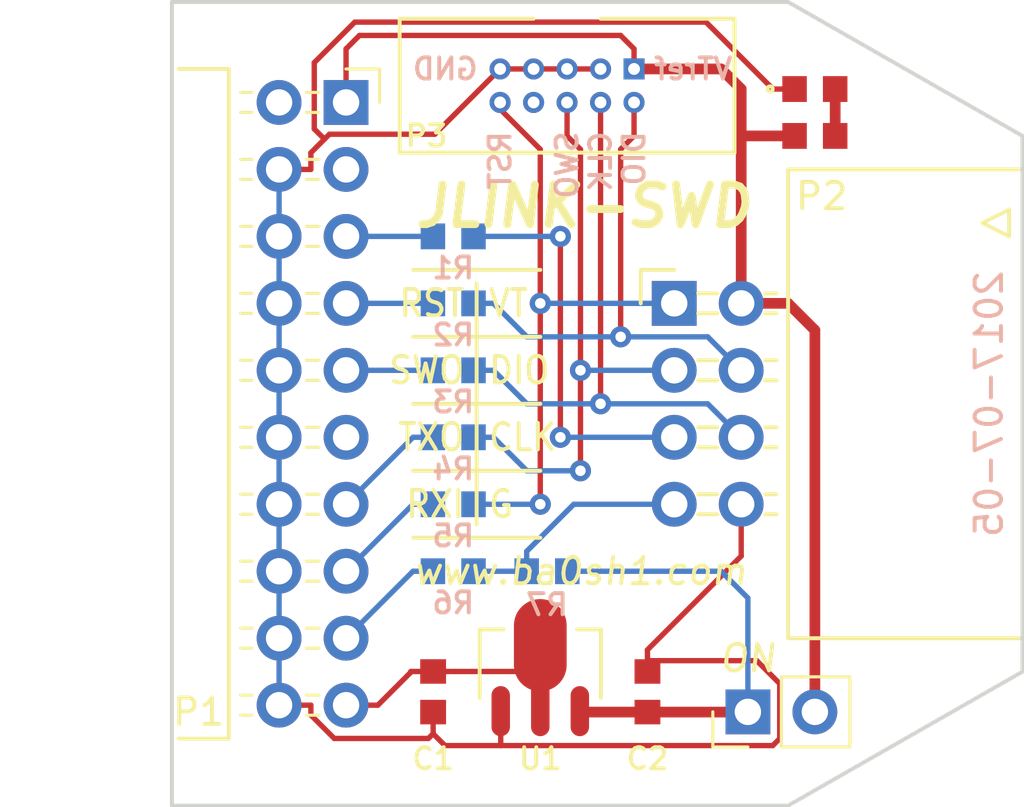
<source format=kicad_pcb>
(kicad_pcb (version 20171130) (host pcbnew "(5.1.12)-1")

  (general
    (thickness 1.6)
    (drawings 30)
    (tracks 130)
    (zones 0)
    (modules 16)
    (nets 18)
  )

  (page A4)
  (layers
    (0 F.Cu signal)
    (31 B.Cu signal)
    (32 B.Adhes user)
    (33 F.Adhes user hide)
    (34 B.Paste user)
    (35 F.Paste user)
    (36 B.SilkS user)
    (37 F.SilkS user)
    (38 B.Mask user)
    (39 F.Mask user hide)
    (40 Dwgs.User user)
    (41 Cmts.User user)
    (42 Eco1.User user)
    (43 Eco2.User user)
    (44 Edge.Cuts user)
    (45 Margin user)
    (46 B.CrtYd user hide)
    (47 F.CrtYd user)
    (48 B.Fab user hide)
    (49 F.Fab user hide)
  )

  (setup
    (last_trace_width 0.2032)
    (user_trace_width 0.2032)
    (user_trace_width 0.254)
    (user_trace_width 0.4064)
    (trace_clearance 0.254)
    (zone_clearance 0.254)
    (zone_45_only yes)
    (trace_min 0.2)
    (via_size 0.8)
    (via_drill 0.4)
    (via_min_size 0.4)
    (via_min_drill 0.3)
    (user_via 0.6 0.3)
    (user_via 0.8 0.4)
    (user_via 1 0.5)
    (uvia_size 0.3)
    (uvia_drill 0.1)
    (uvias_allowed no)
    (uvia_min_size 0.2)
    (uvia_min_drill 0.1)
    (edge_width 0.15)
    (segment_width 0.15)
    (pcb_text_width 0.3)
    (pcb_text_size 1.5 1.5)
    (mod_edge_width 0.15)
    (mod_text_size 1 1)
    (mod_text_width 0.15)
    (pad_size 1.524 1.524)
    (pad_drill 0.762)
    (pad_to_mask_clearance 0.2)
    (aux_axis_origin 120.396 102.87)
    (grid_origin 120.396 102.87)
    (visible_elements 7FFFFFFF)
    (pcbplotparams
      (layerselection 0x010f0_80000001)
      (usegerberextensions true)
      (usegerberattributes true)
      (usegerberadvancedattributes true)
      (creategerberjobfile true)
      (gerberprecision 5)
      (excludeedgelayer true)
      (linewidth 0.150000)
      (plotframeref false)
      (viasonmask false)
      (mode 1)
      (useauxorigin true)
      (hpglpennumber 1)
      (hpglpenspeed 20)
      (hpglpendiameter 15.000000)
      (psnegative false)
      (psa4output false)
      (plotreference true)
      (plotvalue true)
      (plotinvisibletext false)
      (padsonsilk false)
      (subtractmaskfromsilk false)
      (outputformat 1)
      (mirror false)
      (drillshape 0)
      (scaleselection 1)
      (outputdirectory "Gerber"))
  )

  (net 0 "")
  (net 1 GND)
  (net 2 /5VOUT)
  (net 3 "Net-(D1-Pad2)")
  (net 4 /VTref)
  (net 5 /TX)
  (net 6 /SWDIO)
  (net 7 /SWCLK)
  (net 8 /SWO)
  (net 9 /nSRST)
  (net 10 /RX)
  (net 11 "Net-(P2-Pad3)")
  (net 12 "Net-(P2-Pad5)")
  (net 13 "Net-(P2-Pad6)")
  (net 14 "Net-(P2-Pad7)")
  (net 15 "Net-(P2-Pad4)")
  (net 16 "Net-(P2-Pad1)")
  (net 17 /3V3)

  (net_class Default "This is the default net class."
    (clearance 0.254)
    (trace_width 0.2032)
    (via_dia 0.8)
    (via_drill 0.4)
    (uvia_dia 0.3)
    (uvia_drill 0.1)
    (add_net /3V3)
    (add_net /5VOUT)
    (add_net /RX)
    (add_net /SWCLK)
    (add_net /SWDIO)
    (add_net /SWO)
    (add_net /TX)
    (add_net /VTref)
    (add_net /nSRST)
    (add_net GND)
    (add_net "Net-(D1-Pad2)")
    (add_net "Net-(P2-Pad1)")
    (add_net "Net-(P2-Pad3)")
    (add_net "Net-(P2-Pad4)")
    (add_net "Net-(P2-Pad5)")
    (add_net "Net-(P2-Pad6)")
    (add_net "Net-(P2-Pad7)")
  )

  (module Socket_Strips:Socket_Strip_Angled_2x10_Pitch2.54mm locked (layer F.Cu) (tedit 595C42F1) (tstamp 595B1762)
    (at 127 76.2)
    (descr "Through hole angled socket strip, 2x10, 2.54mm pitch, 8.51mm socket length, double rows")
    (tags "Through hole angled socket strip THT 2x10 2.54mm double row")
    (path /595AE37F)
    (fp_text reference P1 (at -5.588 23.114) (layer F.SilkS)
      (effects (font (size 1 1) (thickness 0.15)))
    )
    (fp_text value CONN_02X10 (at -5.65 25.13) (layer F.Fab)
      (effects (font (size 1 1) (thickness 0.15)))
    )
    (fp_line (start -4.445 -1.27) (end -6.35 -1.27) (layer F.SilkS) (width 0.15))
    (fp_line (start -4.445 24.13) (end -6.35 24.13) (layer F.SilkS) (width 0.15))
    (fp_line (start -4.445 -1.27) (end -4.445 24.13) (layer F.SilkS) (width 0.15))
    (fp_line (start -13.1 -1.8) (end -13.1 24.65) (layer F.CrtYd) (width 0.05))
    (fp_line (start -4.06 -1.27) (end -4.06 1.27) (layer F.Fab) (width 0.1))
    (fp_line (start -4.06 1.27) (end -12.57 1.27) (layer F.Fab) (width 0.1))
    (fp_line (start -12.57 -1.27) (end -4.06 -1.27) (layer F.Fab) (width 0.1))
    (fp_line (start 0 -0.32) (end 0 0.32) (layer F.Fab) (width 0.1))
    (fp_line (start 0 0.32) (end -4.06 0.32) (layer F.Fab) (width 0.1))
    (fp_line (start -4.06 0.32) (end -4.06 -0.32) (layer F.Fab) (width 0.1))
    (fp_line (start -4.06 -0.32) (end 0 -0.32) (layer F.Fab) (width 0.1))
    (fp_line (start -4.06 1.27) (end -4.06 3.81) (layer F.Fab) (width 0.1))
    (fp_line (start -4.06 3.81) (end -12.57 3.81) (layer F.Fab) (width 0.1))
    (fp_line (start -12.57 1.27) (end -4.06 1.27) (layer F.Fab) (width 0.1))
    (fp_line (start 0 2.22) (end 0 2.86) (layer F.Fab) (width 0.1))
    (fp_line (start 0 2.86) (end -4.06 2.86) (layer F.Fab) (width 0.1))
    (fp_line (start -4.06 2.86) (end -4.06 2.22) (layer F.Fab) (width 0.1))
    (fp_line (start -4.06 2.22) (end 0 2.22) (layer F.Fab) (width 0.1))
    (fp_line (start -4.06 3.81) (end -4.06 6.35) (layer F.Fab) (width 0.1))
    (fp_line (start -4.06 6.35) (end -12.57 6.35) (layer F.Fab) (width 0.1))
    (fp_line (start -12.57 3.81) (end -4.06 3.81) (layer F.Fab) (width 0.1))
    (fp_line (start 0 4.76) (end 0 5.4) (layer F.Fab) (width 0.1))
    (fp_line (start 0 5.4) (end -4.06 5.4) (layer F.Fab) (width 0.1))
    (fp_line (start -4.06 5.4) (end -4.06 4.76) (layer F.Fab) (width 0.1))
    (fp_line (start -4.06 4.76) (end 0 4.76) (layer F.Fab) (width 0.1))
    (fp_line (start -4.06 6.35) (end -4.06 8.89) (layer F.Fab) (width 0.1))
    (fp_line (start -4.06 8.89) (end -12.57 8.89) (layer F.Fab) (width 0.1))
    (fp_line (start -12.57 6.35) (end -4.06 6.35) (layer F.Fab) (width 0.1))
    (fp_line (start 0 7.3) (end 0 7.94) (layer F.Fab) (width 0.1))
    (fp_line (start 0 7.94) (end -4.06 7.94) (layer F.Fab) (width 0.1))
    (fp_line (start -4.06 7.94) (end -4.06 7.3) (layer F.Fab) (width 0.1))
    (fp_line (start -4.06 7.3) (end 0 7.3) (layer F.Fab) (width 0.1))
    (fp_line (start -4.06 8.89) (end -4.06 11.43) (layer F.Fab) (width 0.1))
    (fp_line (start -4.06 11.43) (end -12.57 11.43) (layer F.Fab) (width 0.1))
    (fp_line (start -12.57 8.89) (end -4.06 8.89) (layer F.Fab) (width 0.1))
    (fp_line (start 0 9.84) (end 0 10.48) (layer F.Fab) (width 0.1))
    (fp_line (start 0 10.48) (end -4.06 10.48) (layer F.Fab) (width 0.1))
    (fp_line (start -4.06 10.48) (end -4.06 9.84) (layer F.Fab) (width 0.1))
    (fp_line (start -4.06 9.84) (end 0 9.84) (layer F.Fab) (width 0.1))
    (fp_line (start -4.06 11.43) (end -4.06 13.97) (layer F.Fab) (width 0.1))
    (fp_line (start -4.06 13.97) (end -12.57 13.97) (layer F.Fab) (width 0.1))
    (fp_line (start -12.57 11.43) (end -4.06 11.43) (layer F.Fab) (width 0.1))
    (fp_line (start 0 12.38) (end 0 13.02) (layer F.Fab) (width 0.1))
    (fp_line (start 0 13.02) (end -4.06 13.02) (layer F.Fab) (width 0.1))
    (fp_line (start -4.06 13.02) (end -4.06 12.38) (layer F.Fab) (width 0.1))
    (fp_line (start -4.06 12.38) (end 0 12.38) (layer F.Fab) (width 0.1))
    (fp_line (start -4.06 13.97) (end -4.06 16.51) (layer F.Fab) (width 0.1))
    (fp_line (start -4.06 16.51) (end -12.57 16.51) (layer F.Fab) (width 0.1))
    (fp_line (start -12.57 13.97) (end -4.06 13.97) (layer F.Fab) (width 0.1))
    (fp_line (start 0 14.92) (end 0 15.56) (layer F.Fab) (width 0.1))
    (fp_line (start 0 15.56) (end -4.06 15.56) (layer F.Fab) (width 0.1))
    (fp_line (start -4.06 15.56) (end -4.06 14.92) (layer F.Fab) (width 0.1))
    (fp_line (start -4.06 14.92) (end 0 14.92) (layer F.Fab) (width 0.1))
    (fp_line (start -4.06 16.51) (end -4.06 19.05) (layer F.Fab) (width 0.1))
    (fp_line (start -4.06 19.05) (end -12.57 19.05) (layer F.Fab) (width 0.1))
    (fp_line (start -12.57 16.51) (end -4.06 16.51) (layer F.Fab) (width 0.1))
    (fp_line (start 0 17.46) (end 0 18.1) (layer F.Fab) (width 0.1))
    (fp_line (start 0 18.1) (end -4.06 18.1) (layer F.Fab) (width 0.1))
    (fp_line (start -4.06 18.1) (end -4.06 17.46) (layer F.Fab) (width 0.1))
    (fp_line (start -4.06 17.46) (end 0 17.46) (layer F.Fab) (width 0.1))
    (fp_line (start -4.06 19.05) (end -4.06 21.59) (layer F.Fab) (width 0.1))
    (fp_line (start -4.06 21.59) (end -12.57 21.59) (layer F.Fab) (width 0.1))
    (fp_line (start -12.57 19.05) (end -4.06 19.05) (layer F.Fab) (width 0.1))
    (fp_line (start 0 20) (end 0 20.64) (layer F.Fab) (width 0.1))
    (fp_line (start 0 20.64) (end -4.06 20.64) (layer F.Fab) (width 0.1))
    (fp_line (start -4.06 20.64) (end -4.06 20) (layer F.Fab) (width 0.1))
    (fp_line (start -4.06 20) (end 0 20) (layer F.Fab) (width 0.1))
    (fp_line (start -4.06 21.59) (end -4.06 24.13) (layer F.Fab) (width 0.1))
    (fp_line (start -4.06 24.13) (end -12.57 24.13) (layer F.Fab) (width 0.1))
    (fp_line (start -12.57 21.59) (end -4.06 21.59) (layer F.Fab) (width 0.1))
    (fp_line (start 0 22.54) (end 0 23.18) (layer F.Fab) (width 0.1))
    (fp_line (start 0 23.18) (end -4.06 23.18) (layer F.Fab) (width 0.1))
    (fp_line (start -4.06 23.18) (end -4.06 22.54) (layer F.Fab) (width 0.1))
    (fp_line (start -4.06 22.54) (end 0 22.54) (layer F.Fab) (width 0.1))
    (fp_line (start -3.57 -0.38) (end -4 -0.38) (layer F.SilkS) (width 0.12))
    (fp_line (start -3.57 0.38) (end -4 0.38) (layer F.SilkS) (width 0.12))
    (fp_line (start -1.03 -0.38) (end -1.51 -0.38) (layer F.SilkS) (width 0.12))
    (fp_line (start -1.03 0.38) (end -1.51 0.38) (layer F.SilkS) (width 0.12))
    (fp_line (start -3.57 2.16) (end -4 2.16) (layer F.SilkS) (width 0.12))
    (fp_line (start -3.57 2.92) (end -4 2.92) (layer F.SilkS) (width 0.12))
    (fp_line (start -1.03 2.16) (end -1.51 2.16) (layer F.SilkS) (width 0.12))
    (fp_line (start -1.03 2.92) (end -1.51 2.92) (layer F.SilkS) (width 0.12))
    (fp_line (start -3.57 4.7) (end -4 4.7) (layer F.SilkS) (width 0.12))
    (fp_line (start -3.57 5.46) (end -4 5.46) (layer F.SilkS) (width 0.12))
    (fp_line (start -1.03 4.7) (end -1.51 4.7) (layer F.SilkS) (width 0.12))
    (fp_line (start -1.03 5.46) (end -1.51 5.46) (layer F.SilkS) (width 0.12))
    (fp_line (start -3.57 7.24) (end -4 7.24) (layer F.SilkS) (width 0.12))
    (fp_line (start -3.57 8) (end -4 8) (layer F.SilkS) (width 0.12))
    (fp_line (start -1.03 7.24) (end -1.51 7.24) (layer F.SilkS) (width 0.12))
    (fp_line (start -1.03 8) (end -1.51 8) (layer F.SilkS) (width 0.12))
    (fp_line (start -3.57 9.78) (end -4 9.78) (layer F.SilkS) (width 0.12))
    (fp_line (start -3.57 10.54) (end -4 10.54) (layer F.SilkS) (width 0.12))
    (fp_line (start -1.03 9.78) (end -1.51 9.78) (layer F.SilkS) (width 0.12))
    (fp_line (start -1.03 10.54) (end -1.51 10.54) (layer F.SilkS) (width 0.12))
    (fp_line (start -3.57 12.32) (end -4 12.32) (layer F.SilkS) (width 0.12))
    (fp_line (start -3.57 13.08) (end -4 13.08) (layer F.SilkS) (width 0.12))
    (fp_line (start -1.03 12.32) (end -1.51 12.32) (layer F.SilkS) (width 0.12))
    (fp_line (start -1.03 13.08) (end -1.51 13.08) (layer F.SilkS) (width 0.12))
    (fp_line (start -3.57 14.86) (end -4 14.86) (layer F.SilkS) (width 0.12))
    (fp_line (start -3.57 15.62) (end -4 15.62) (layer F.SilkS) (width 0.12))
    (fp_line (start -1.03 14.86) (end -1.51 14.86) (layer F.SilkS) (width 0.12))
    (fp_line (start -1.03 15.62) (end -1.51 15.62) (layer F.SilkS) (width 0.12))
    (fp_line (start -3.57 17.4) (end -4 17.4) (layer F.SilkS) (width 0.12))
    (fp_line (start -3.57 18.16) (end -4 18.16) (layer F.SilkS) (width 0.12))
    (fp_line (start -1.03 17.4) (end -1.51 17.4) (layer F.SilkS) (width 0.12))
    (fp_line (start -1.03 18.16) (end -1.51 18.16) (layer F.SilkS) (width 0.12))
    (fp_line (start -3.57 19.94) (end -4 19.94) (layer F.SilkS) (width 0.12))
    (fp_line (start -3.57 20.7) (end -4 20.7) (layer F.SilkS) (width 0.12))
    (fp_line (start -1.03 19.94) (end -1.51 19.94) (layer F.SilkS) (width 0.12))
    (fp_line (start -1.03 20.7) (end -1.51 20.7) (layer F.SilkS) (width 0.12))
    (fp_line (start -3.57 22.48) (end -4 22.48) (layer F.SilkS) (width 0.12))
    (fp_line (start -3.57 23.24) (end -4 23.24) (layer F.SilkS) (width 0.12))
    (fp_line (start -1.03 22.48) (end -1.51 22.48) (layer F.SilkS) (width 0.12))
    (fp_line (start -1.03 23.24) (end -1.51 23.24) (layer F.SilkS) (width 0.12))
    (fp_line (start 0 -1.27) (end 1.27 -1.27) (layer F.SilkS) (width 0.12))
    (fp_line (start 1.27 -1.27) (end 1.27 0) (layer F.SilkS) (width 0.12))
    (fp_line (start 1.8 -1.8) (end 1.8 24.65) (layer F.CrtYd) (width 0.05))
    (fp_line (start 1.8 24.65) (end -13.1 24.65) (layer F.CrtYd) (width 0.05))
    (fp_line (start -13.1 -1.8) (end 1.8 -1.8) (layer F.CrtYd) (width 0.05))
    (fp_text user %R (at -5.65 -2.27) (layer F.Fab)
      (effects (font (size 1 1) (thickness 0.15)))
    )
    (pad 1 thru_hole rect (at 0 0) (size 1.7 1.7) (drill 1) (layers *.Cu *.Mask)
      (net 4 /VTref))
    (pad 2 thru_hole oval (at -2.54 0) (size 1.7 1.7) (drill 1) (layers *.Cu *.Mask))
    (pad 3 thru_hole oval (at 0 2.54) (size 1.7 1.7) (drill 1) (layers *.Cu *.Mask))
    (pad 4 thru_hole oval (at -2.54 2.54) (size 1.7 1.7) (drill 1) (layers *.Cu *.Mask)
      (net 1 GND))
    (pad 5 thru_hole oval (at 0 5.08) (size 1.7 1.7) (drill 1) (layers *.Cu *.Mask)
      (net 5 /TX))
    (pad 6 thru_hole oval (at -2.54 5.08) (size 1.7 1.7) (drill 1) (layers *.Cu *.Mask)
      (net 1 GND))
    (pad 7 thru_hole oval (at 0 7.62) (size 1.7 1.7) (drill 1) (layers *.Cu *.Mask)
      (net 6 /SWDIO))
    (pad 8 thru_hole oval (at -2.54 7.62) (size 1.7 1.7) (drill 1) (layers *.Cu *.Mask)
      (net 1 GND))
    (pad 9 thru_hole oval (at 0 10.16) (size 1.7 1.7) (drill 1) (layers *.Cu *.Mask)
      (net 7 /SWCLK))
    (pad 10 thru_hole oval (at -2.54 10.16) (size 1.7 1.7) (drill 1) (layers *.Cu *.Mask)
      (net 1 GND))
    (pad 11 thru_hole oval (at 0 12.7) (size 1.7 1.7) (drill 1) (layers *.Cu *.Mask))
    (pad 12 thru_hole oval (at -2.54 12.7) (size 1.7 1.7) (drill 1) (layers *.Cu *.Mask)
      (net 1 GND))
    (pad 13 thru_hole oval (at 0 15.24) (size 1.7 1.7) (drill 1) (layers *.Cu *.Mask)
      (net 8 /SWO))
    (pad 14 thru_hole oval (at -2.54 15.24) (size 1.7 1.7) (drill 1) (layers *.Cu *.Mask)
      (net 1 GND))
    (pad 15 thru_hole oval (at 0 17.78) (size 1.7 1.7) (drill 1) (layers *.Cu *.Mask)
      (net 9 /nSRST))
    (pad 16 thru_hole oval (at -2.54 17.78) (size 1.7 1.7) (drill 1) (layers *.Cu *.Mask)
      (net 1 GND))
    (pad 17 thru_hole oval (at 0 20.32) (size 1.7 1.7) (drill 1) (layers *.Cu *.Mask)
      (net 10 /RX))
    (pad 18 thru_hole oval (at -2.54 20.32) (size 1.7 1.7) (drill 1) (layers *.Cu *.Mask)
      (net 1 GND))
    (pad 19 thru_hole oval (at 0 22.86) (size 1.7 1.7) (drill 1) (layers *.Cu *.Mask)
      (net 2 /5VOUT))
    (pad 20 thru_hole oval (at -2.54 22.86) (size 1.7 1.7) (drill 1) (layers *.Cu *.Mask)
      (net 1 GND))
    (model ${KISYS3DMOD}/Socket_Strips.3dshapes/Socket_Strip_Angled_2x10_Pitch2.54mm.wrl
      (offset (xyz -1.269999980926514 -11.42999982833862 0))
      (scale (xyz 1 1 1))
      (rotate (xyz 0 0 270))
    )
  )

  (module Pin_Headers:Pin_Header_Angled_2x04_Pitch2.54mm (layer F.Cu) (tedit 595C457F) (tstamp 597894A2)
    (at 139.446 83.82)
    (descr "Through hole angled pin header, 2x04, 2.54mm pitch, 6mm pin length, double rows")
    (tags "Through hole angled pin header THT 2x04 2.54mm double row")
    (path /595B8BFD)
    (fp_text reference P2 (at 5.588 -4.064) (layer F.SilkS)
      (effects (font (size 1 1) (thickness 0.15)))
    )
    (fp_text value CONN_02X04 (at 5.585 9.89) (layer F.Fab)
      (effects (font (size 1 1) (thickness 0.15)))
    )
    (fp_line (start 12.7 -3.556) (end 12.7 -2.54) (layer F.SilkS) (width 0.15))
    (fp_line (start 12.7 -2.54) (end 11.684 -3.048) (layer F.SilkS) (width 0.15))
    (fp_line (start 11.684 -3.048) (end 12.7 -3.556) (layer F.SilkS) (width 0.15))
    (fp_line (start -1.778 -5.08) (end 13.208 -5.08) (layer F.CrtYd) (width 0.15))
    (fp_line (start 13.208 -5.08) (end 13.208 12.7) (layer F.CrtYd) (width 0.15))
    (fp_line (start 13.208 12.7) (end -1.778 12.7) (layer F.CrtYd) (width 0.15))
    (fp_line (start -1.778 12.7) (end -1.778 -5.08) (layer F.CrtYd) (width 0.15))
    (fp_line (start 4.318 -5.08) (end 4.318 12.7) (layer F.SilkS) (width 0.15))
    (fp_line (start 4.318 12.7) (end 13.208 12.7) (layer F.SilkS) (width 0.15))
    (fp_line (start 13.208 12.7) (end 13.208 -5.08) (layer F.SilkS) (width 0.15))
    (fp_line (start 13.208 -5.08) (end 4.318 -5.08) (layer F.SilkS) (width 0.15))
    (fp_line (start 0 -0.32) (end 0 0.32) (layer F.Fab) (width 0.15))
    (fp_line (start 0 0.32) (end 12.44 0.32) (layer F.Fab) (width 0.15))
    (fp_line (start 12.44 0.32) (end 12.44 -0.32) (layer F.Fab) (width 0.15))
    (fp_line (start 12.44 -0.32) (end 0 -0.32) (layer F.Fab) (width 0.15))
    (fp_line (start 0 2.22) (end 0 2.86) (layer F.Fab) (width 0.15))
    (fp_line (start 0 2.86) (end 12.44 2.86) (layer F.Fab) (width 0.15))
    (fp_line (start 12.44 2.86) (end 12.44 2.22) (layer F.Fab) (width 0.15))
    (fp_line (start 12.44 2.22) (end 0 2.22) (layer F.Fab) (width 0.15))
    (fp_line (start 0 4.76) (end 0 5.4) (layer F.Fab) (width 0.15))
    (fp_line (start 0 5.4) (end 12.44 5.4) (layer F.Fab) (width 0.15))
    (fp_line (start 12.44 5.4) (end 12.44 4.76) (layer F.Fab) (width 0.15))
    (fp_line (start 12.44 4.76) (end 0 4.76) (layer F.Fab) (width 0.15))
    (fp_line (start 0 7.3) (end 0 7.94) (layer F.Fab) (width 0.15))
    (fp_line (start 0 7.94) (end 12.44 7.94) (layer F.Fab) (width 0.15))
    (fp_line (start 12.44 7.94) (end 12.44 7.3) (layer F.Fab) (width 0.15))
    (fp_line (start 12.44 7.3) (end 0 7.3) (layer F.Fab) (width 0.15))
    (fp_line (start 3.45 -0.38) (end 3.88 -0.38) (layer F.SilkS) (width 0.15))
    (fp_line (start 3.45 0.38) (end 3.88 0.38) (layer F.SilkS) (width 0.15))
    (fp_line (start 0.91 -0.38) (end 1.63 -0.38) (layer F.SilkS) (width 0.15))
    (fp_line (start 0.91 0.38) (end 1.63 0.38) (layer F.SilkS) (width 0.15))
    (fp_line (start 3.45 2.16) (end 3.88 2.16) (layer F.SilkS) (width 0.15))
    (fp_line (start 3.45 2.92) (end 3.88 2.92) (layer F.SilkS) (width 0.15))
    (fp_line (start 0.91 2.16) (end 1.63 2.16) (layer F.SilkS) (width 0.15))
    (fp_line (start 0.91 2.92) (end 1.63 2.92) (layer F.SilkS) (width 0.15))
    (fp_line (start 3.45 4.7) (end 3.88 4.7) (layer F.SilkS) (width 0.15))
    (fp_line (start 3.45 5.46) (end 3.88 5.46) (layer F.SilkS) (width 0.15))
    (fp_line (start 0.91 4.7) (end 1.63 4.7) (layer F.SilkS) (width 0.15))
    (fp_line (start 0.91 5.46) (end 1.63 5.46) (layer F.SilkS) (width 0.15))
    (fp_line (start 3.45 7.24) (end 3.88 7.24) (layer F.SilkS) (width 0.15))
    (fp_line (start 3.45 8) (end 3.88 8) (layer F.SilkS) (width 0.15))
    (fp_line (start 0.91 7.24) (end 1.63 7.24) (layer F.SilkS) (width 0.15))
    (fp_line (start 0.91 8) (end 1.63 8) (layer F.SilkS) (width 0.15))
    (fp_line (start -1.27 0) (end -1.27 -1.27) (layer F.SilkS) (width 0.15))
    (fp_line (start -1.27 -1.27) (end 0 -1.27) (layer F.SilkS) (width 0.15))
    (fp_text user %R (at 5.585 -2.27) (layer F.Fab)
      (effects (font (size 1 1) (thickness 0.15)))
    )
    (pad 1 thru_hole rect (at 0 0) (size 1.7 1.7) (drill 1) (layers *.Cu *.Mask)
      (net 16 "Net-(P2-Pad1)"))
    (pad 2 thru_hole oval (at 2.54 0) (size 1.7 1.7) (drill 1) (layers *.Cu *.Mask)
      (net 4 /VTref))
    (pad 3 thru_hole oval (at 0 2.54) (size 1.7 1.7) (drill 1) (layers *.Cu *.Mask)
      (net 11 "Net-(P2-Pad3)"))
    (pad 4 thru_hole oval (at 2.54 2.54) (size 1.7 1.7) (drill 1) (layers *.Cu *.Mask)
      (net 15 "Net-(P2-Pad4)"))
    (pad 5 thru_hole oval (at 0 5.08) (size 1.7 1.7) (drill 1) (layers *.Cu *.Mask)
      (net 12 "Net-(P2-Pad5)"))
    (pad 6 thru_hole oval (at 2.54 5.08) (size 1.7 1.7) (drill 1) (layers *.Cu *.Mask)
      (net 13 "Net-(P2-Pad6)"))
    (pad 7 thru_hole oval (at 0 7.62) (size 1.7 1.7) (drill 1) (layers *.Cu *.Mask)
      (net 14 "Net-(P2-Pad7)"))
    (pad 8 thru_hole oval (at 2.54 7.62) (size 1.7 1.7) (drill 1) (layers *.Cu *.Mask)
      (net 1 GND))
    (model ${KISYS3DMOD}/Pin_Headers.3dshapes/Pin_Header_Angled_2x04_Pitch2.54mm.wrl
      (offset (xyz 1.269999980926514 -3.809999942779541 0))
      (scale (xyz 1 1 1))
      (rotate (xyz 0 0 90))
    )
  )

  (module LC-Standard-FootPrints:LC-0603_C (layer F.Cu) (tedit 595BBA53) (tstamp 595B3197)
    (at 130.302 98.552 270)
    (tags "capacitor 0603")
    (path /595B0D5C)
    (attr smd)
    (fp_text reference C1 (at 2.54 0) (layer F.SilkS)
      (effects (font (size 0.8 0.8) (thickness 0.15)))
    )
    (fp_text value 10u (at 0 1.5 270) (layer F.Fab)
      (effects (font (size 0.8 0.8) (thickness 0.15)))
    )
    (fp_line (start -1.5 -0.7) (end 1.5 -0.7) (layer F.CrtYd) (width 0.01))
    (fp_line (start 1.5 -0.7) (end 1.5 0.7) (layer F.CrtYd) (width 0.01))
    (fp_line (start 1.5 0.7) (end -1.5 0.7) (layer F.CrtYd) (width 0.01))
    (fp_line (start -1.5 0.7) (end -1.5 -0.7) (layer F.CrtYd) (width 0.01))
    (fp_line (start 1.3 0.8) (end -1.3 0.8) (layer F.Fab) (width 0.01))
    (fp_line (start -1.3 0.8) (end -1.3 -0.8) (layer F.Fab) (width 0.01))
    (fp_line (start -1.3 -0.8) (end 1.3 -0.8) (layer F.Fab) (width 0.01))
    (fp_line (start 1.3 -0.8) (end 1.3 0.8) (layer F.Fab) (width 0.01))
    (pad 1 smd rect (at -0.77 0 270) (size 0.93 0.98) (layers F.Cu F.Paste F.Mask)
      (net 2 /5VOUT))
    (pad 2 smd rect (at 0.77 0 270) (size 0.93 0.98) (layers F.Cu F.Paste F.Mask)
      (net 1 GND))
    (model Capacitors_SMD.3dshapes/C_0603.wrl
      (at (xyz 0 0 0))
      (scale (xyz 1 1 1))
      (rotate (xyz 0 0 0))
    )
  )

  (module LC-Standard-FootPrints:LC-0603_C (layer F.Cu) (tedit 595BBA2B) (tstamp 595B319D)
    (at 138.43 98.552 90)
    (tags "capacitor 0603")
    (path /595B0D8D)
    (attr smd)
    (fp_text reference C2 (at -2.54 0 180) (layer F.SilkS)
      (effects (font (size 0.8 0.8) (thickness 0.15)))
    )
    (fp_text value 1u (at 0 1.5 90) (layer F.Fab)
      (effects (font (size 0.8 0.8) (thickness 0.15)))
    )
    (fp_line (start -1.5 -0.7) (end 1.5 -0.7) (layer F.CrtYd) (width 0.01))
    (fp_line (start 1.5 -0.7) (end 1.5 0.7) (layer F.CrtYd) (width 0.01))
    (fp_line (start 1.5 0.7) (end -1.5 0.7) (layer F.CrtYd) (width 0.01))
    (fp_line (start -1.5 0.7) (end -1.5 -0.7) (layer F.CrtYd) (width 0.01))
    (fp_line (start 1.3 0.8) (end -1.3 0.8) (layer F.Fab) (width 0.01))
    (fp_line (start -1.3 0.8) (end -1.3 -0.8) (layer F.Fab) (width 0.01))
    (fp_line (start -1.3 -0.8) (end 1.3 -0.8) (layer F.Fab) (width 0.01))
    (fp_line (start 1.3 -0.8) (end 1.3 0.8) (layer F.Fab) (width 0.01))
    (pad 1 smd rect (at -0.77 0 90) (size 0.93 0.98) (layers F.Cu F.Paste F.Mask)
      (net 17 /3V3))
    (pad 2 smd rect (at 0.77 0 90) (size 0.93 0.98) (layers F.Cu F.Paste F.Mask)
      (net 1 GND))
    (model Capacitors_SMD.3dshapes/C_0603.wrl
      (at (xyz 0 0 0))
      (scale (xyz 1 1 1))
      (rotate (xyz 0 0 0))
    )
  )

  (module LC-Standard-FootPrints:LC-0603_LED (layer F.Cu) (tedit 595AF22A) (tstamp 595B31A3)
    (at 144.78 75.692)
    (descr "LED 0603 smd package")
    (tags "LED led 0603 SMD smd SMT smt smdled SMDLED smtled SMTLED")
    (path /595B2D33)
    (attr smd)
    (fp_text reference D1 (at 0 -1.5) (layer F.SilkS) hide
      (effects (font (size 0.8 0.8) (thickness 0.15)))
    )
    (fp_text value Green (at 0 1.5) (layer F.Fab)
      (effects (font (size 0.8 0.8) (thickness 0.15)))
    )
    (fp_circle (center -1.7 0) (end -1.7 -0.1) (layer F.SilkS) (width 0.15))
    (fp_line (start -0.3 -0.2) (end -0.3 0.2) (layer F.Fab) (width 0.15))
    (fp_line (start -0.2 0) (end 0.1 -0.2) (layer F.Fab) (width 0.15))
    (fp_line (start 0.1 0.2) (end -0.2 0) (layer F.Fab) (width 0.15))
    (fp_line (start 0.1 -0.2) (end 0.1 0.2) (layer F.Fab) (width 0.15))
    (fp_line (start 0.8 0.4) (end -0.8 0.4) (layer F.Fab) (width 0.15))
    (fp_line (start 0.8 -0.4) (end 0.8 0.4) (layer F.Fab) (width 0.15))
    (fp_line (start -0.8 -0.4) (end 0.8 -0.4) (layer F.Fab) (width 0.15))
    (fp_line (start -0.8 0.4) (end -0.8 -0.4) (layer F.Fab) (width 0.15))
    (pad 2 smd rect (at 0.77 0) (size 0.93 0.98) (layers F.Cu F.Paste F.Mask)
      (net 3 "Net-(D1-Pad2)"))
    (pad 1 smd rect (at -0.77 0) (size 0.93 0.98) (layers F.Cu F.Paste F.Mask)
      (net 1 GND))
    (model LEDs.3dshapes/LED_0603.wrl
      (at (xyz 0 0 0))
      (scale (xyz 1 1 1))
      (rotate (xyz 0 0 180))
    )
  )

  (module LC-Standard-FootPrints:LC-0603_R (layer B.Cu) (tedit 588EAD16) (tstamp 595B3289)
    (at 131.064 81.28)
    (tags "resistor 0603")
    (path /595AFBC0)
    (attr smd)
    (fp_text reference R1 (at 0 1.2) (layer B.SilkS)
      (effects (font (size 0.8 0.8) (thickness 0.15)) (justify mirror))
    )
    (fp_text value 33R (at 0 -1.5) (layer B.Fab)
      (effects (font (size 0.8 0.8) (thickness 0.15)) (justify mirror))
    )
    (fp_line (start 1.5 0.7) (end 1.5 -0.7) (layer B.CrtYd) (width 0.01))
    (fp_line (start 1.5 -0.7) (end -1.5 -0.7) (layer B.CrtYd) (width 0.01))
    (fp_line (start -1.5 -0.7) (end -1.5 0.7) (layer B.CrtYd) (width 0.01))
    (fp_line (start -1.5 0.7) (end 1.5 0.7) (layer B.CrtYd) (width 0.01))
    (fp_line (start -1.4 0.8) (end 1.4 0.8) (layer B.Fab) (width 0.01))
    (fp_line (start 1.4 0.8) (end 1.4 -0.8) (layer B.Fab) (width 0.01))
    (fp_line (start 1.4 -0.8) (end -1.4 -0.8) (layer B.Fab) (width 0.01))
    (fp_line (start -1.4 -0.8) (end -1.4 0.8) (layer B.Fab) (width 0.01))
    (pad 1 smd rect (at -0.77 0) (size 0.93 0.98) (layers B.Cu B.Paste B.Mask)
      (net 5 /TX))
    (pad 2 smd rect (at 0.77 0) (size 0.93 0.98) (layers B.Cu B.Paste B.Mask)
      (net 12 "Net-(P2-Pad5)"))
    (model Resistors_SMD.3dshapes/R_0603.wrl
      (at (xyz 0 0 0))
      (scale (xyz 1 1 1))
      (rotate (xyz 0 0 0))
    )
  )

  (module LC-Standard-FootPrints:LC-0603_R (layer B.Cu) (tedit 588EAD16) (tstamp 595B328F)
    (at 131.064 83.82)
    (tags "resistor 0603")
    (path /595AF113)
    (attr smd)
    (fp_text reference R2 (at 0 1.2) (layer B.SilkS)
      (effects (font (size 0.8 0.8) (thickness 0.15)) (justify mirror))
    )
    (fp_text value 33R (at 0 -1.5) (layer B.Fab)
      (effects (font (size 0.8 0.8) (thickness 0.15)) (justify mirror))
    )
    (fp_line (start 1.5 0.7) (end 1.5 -0.7) (layer B.CrtYd) (width 0.01))
    (fp_line (start 1.5 -0.7) (end -1.5 -0.7) (layer B.CrtYd) (width 0.01))
    (fp_line (start -1.5 -0.7) (end -1.5 0.7) (layer B.CrtYd) (width 0.01))
    (fp_line (start -1.5 0.7) (end 1.5 0.7) (layer B.CrtYd) (width 0.01))
    (fp_line (start -1.4 0.8) (end 1.4 0.8) (layer B.Fab) (width 0.01))
    (fp_line (start 1.4 0.8) (end 1.4 -0.8) (layer B.Fab) (width 0.01))
    (fp_line (start 1.4 -0.8) (end -1.4 -0.8) (layer B.Fab) (width 0.01))
    (fp_line (start -1.4 -0.8) (end -1.4 0.8) (layer B.Fab) (width 0.01))
    (pad 1 smd rect (at -0.77 0) (size 0.93 0.98) (layers B.Cu B.Paste B.Mask)
      (net 6 /SWDIO))
    (pad 2 smd rect (at 0.77 0) (size 0.93 0.98) (layers B.Cu B.Paste B.Mask)
      (net 15 "Net-(P2-Pad4)"))
    (model Resistors_SMD.3dshapes/R_0603.wrl
      (at (xyz 0 0 0))
      (scale (xyz 1 1 1))
      (rotate (xyz 0 0 0))
    )
  )

  (module LC-Standard-FootPrints:LC-0603_R (layer B.Cu) (tedit 588EAD16) (tstamp 595B3295)
    (at 131.064 86.36)
    (tags "resistor 0603")
    (path /595AFBA0)
    (attr smd)
    (fp_text reference R3 (at 0 1.2) (layer B.SilkS)
      (effects (font (size 0.8 0.8) (thickness 0.15)) (justify mirror))
    )
    (fp_text value 33R (at 0 -1.5) (layer B.Fab)
      (effects (font (size 0.8 0.8) (thickness 0.15)) (justify mirror))
    )
    (fp_line (start 1.5 0.7) (end 1.5 -0.7) (layer B.CrtYd) (width 0.01))
    (fp_line (start 1.5 -0.7) (end -1.5 -0.7) (layer B.CrtYd) (width 0.01))
    (fp_line (start -1.5 -0.7) (end -1.5 0.7) (layer B.CrtYd) (width 0.01))
    (fp_line (start -1.5 0.7) (end 1.5 0.7) (layer B.CrtYd) (width 0.01))
    (fp_line (start -1.4 0.8) (end 1.4 0.8) (layer B.Fab) (width 0.01))
    (fp_line (start 1.4 0.8) (end 1.4 -0.8) (layer B.Fab) (width 0.01))
    (fp_line (start 1.4 -0.8) (end -1.4 -0.8) (layer B.Fab) (width 0.01))
    (fp_line (start -1.4 -0.8) (end -1.4 0.8) (layer B.Fab) (width 0.01))
    (pad 1 smd rect (at -0.77 0) (size 0.93 0.98) (layers B.Cu B.Paste B.Mask)
      (net 7 /SWCLK))
    (pad 2 smd rect (at 0.77 0) (size 0.93 0.98) (layers B.Cu B.Paste B.Mask)
      (net 13 "Net-(P2-Pad6)"))
    (model Resistors_SMD.3dshapes/R_0603.wrl
      (at (xyz 0 0 0))
      (scale (xyz 1 1 1))
      (rotate (xyz 0 0 0))
    )
  )

  (module LC-Standard-FootPrints:LC-0603_R (layer B.Cu) (tedit 588EAD16) (tstamp 595B329B)
    (at 131.064 88.9)
    (tags "resistor 0603")
    (path /595AFBE5)
    (attr smd)
    (fp_text reference R4 (at 0 1.2) (layer B.SilkS)
      (effects (font (size 0.8 0.8) (thickness 0.15)) (justify mirror))
    )
    (fp_text value 33R (at 0 -1.5) (layer B.Fab)
      (effects (font (size 0.8 0.8) (thickness 0.15)) (justify mirror))
    )
    (fp_line (start 1.5 0.7) (end 1.5 -0.7) (layer B.CrtYd) (width 0.01))
    (fp_line (start 1.5 -0.7) (end -1.5 -0.7) (layer B.CrtYd) (width 0.01))
    (fp_line (start -1.5 -0.7) (end -1.5 0.7) (layer B.CrtYd) (width 0.01))
    (fp_line (start -1.5 0.7) (end 1.5 0.7) (layer B.CrtYd) (width 0.01))
    (fp_line (start -1.4 0.8) (end 1.4 0.8) (layer B.Fab) (width 0.01))
    (fp_line (start 1.4 0.8) (end 1.4 -0.8) (layer B.Fab) (width 0.01))
    (fp_line (start 1.4 -0.8) (end -1.4 -0.8) (layer B.Fab) (width 0.01))
    (fp_line (start -1.4 -0.8) (end -1.4 0.8) (layer B.Fab) (width 0.01))
    (pad 1 smd rect (at -0.77 0) (size 0.93 0.98) (layers B.Cu B.Paste B.Mask)
      (net 8 /SWO))
    (pad 2 smd rect (at 0.77 0) (size 0.93 0.98) (layers B.Cu B.Paste B.Mask)
      (net 11 "Net-(P2-Pad3)"))
    (model Resistors_SMD.3dshapes/R_0603.wrl
      (at (xyz 0 0 0))
      (scale (xyz 1 1 1))
      (rotate (xyz 0 0 0))
    )
  )

  (module LC-Standard-FootPrints:LC-0603_R (layer B.Cu) (tedit 588EAD16) (tstamp 595B32A1)
    (at 131.064 91.44)
    (tags "resistor 0603")
    (path /595AFC07)
    (attr smd)
    (fp_text reference R5 (at 0 1.2) (layer B.SilkS)
      (effects (font (size 0.8 0.8) (thickness 0.15)) (justify mirror))
    )
    (fp_text value 33R (at 0 -1.5) (layer B.Fab)
      (effects (font (size 0.8 0.8) (thickness 0.15)) (justify mirror))
    )
    (fp_line (start 1.5 0.7) (end 1.5 -0.7) (layer B.CrtYd) (width 0.01))
    (fp_line (start 1.5 -0.7) (end -1.5 -0.7) (layer B.CrtYd) (width 0.01))
    (fp_line (start -1.5 -0.7) (end -1.5 0.7) (layer B.CrtYd) (width 0.01))
    (fp_line (start -1.5 0.7) (end 1.5 0.7) (layer B.CrtYd) (width 0.01))
    (fp_line (start -1.4 0.8) (end 1.4 0.8) (layer B.Fab) (width 0.01))
    (fp_line (start 1.4 0.8) (end 1.4 -0.8) (layer B.Fab) (width 0.01))
    (fp_line (start 1.4 -0.8) (end -1.4 -0.8) (layer B.Fab) (width 0.01))
    (fp_line (start -1.4 -0.8) (end -1.4 0.8) (layer B.Fab) (width 0.01))
    (pad 1 smd rect (at -0.77 0) (size 0.93 0.98) (layers B.Cu B.Paste B.Mask)
      (net 9 /nSRST))
    (pad 2 smd rect (at 0.77 0) (size 0.93 0.98) (layers B.Cu B.Paste B.Mask)
      (net 16 "Net-(P2-Pad1)"))
    (model Resistors_SMD.3dshapes/R_0603.wrl
      (at (xyz 0 0 0))
      (scale (xyz 1 1 1))
      (rotate (xyz 0 0 0))
    )
  )

  (module LC-Standard-FootPrints:LC-0603_R (layer B.Cu) (tedit 588EAD16) (tstamp 595B32A7)
    (at 131.064 93.98)
    (tags "resistor 0603")
    (path /595AFC2C)
    (attr smd)
    (fp_text reference R6 (at 0 1.2) (layer B.SilkS)
      (effects (font (size 0.8 0.8) (thickness 0.15)) (justify mirror))
    )
    (fp_text value 33R (at 0 -1.5) (layer B.Fab)
      (effects (font (size 0.8 0.8) (thickness 0.15)) (justify mirror))
    )
    (fp_line (start 1.5 0.7) (end 1.5 -0.7) (layer B.CrtYd) (width 0.01))
    (fp_line (start 1.5 -0.7) (end -1.5 -0.7) (layer B.CrtYd) (width 0.01))
    (fp_line (start -1.5 -0.7) (end -1.5 0.7) (layer B.CrtYd) (width 0.01))
    (fp_line (start -1.5 0.7) (end 1.5 0.7) (layer B.CrtYd) (width 0.01))
    (fp_line (start -1.4 0.8) (end 1.4 0.8) (layer B.Fab) (width 0.01))
    (fp_line (start 1.4 0.8) (end 1.4 -0.8) (layer B.Fab) (width 0.01))
    (fp_line (start 1.4 -0.8) (end -1.4 -0.8) (layer B.Fab) (width 0.01))
    (fp_line (start -1.4 -0.8) (end -1.4 0.8) (layer B.Fab) (width 0.01))
    (pad 1 smd rect (at -0.77 0) (size 0.93 0.98) (layers B.Cu B.Paste B.Mask)
      (net 10 /RX))
    (pad 2 smd rect (at 0.77 0) (size 0.93 0.98) (layers B.Cu B.Paste B.Mask)
      (net 14 "Net-(P2-Pad7)"))
    (model Resistors_SMD.3dshapes/R_0603.wrl
      (at (xyz 0 0 0))
      (scale (xyz 1 1 1))
      (rotate (xyz 0 0 0))
    )
  )

  (module LC-Standard-FootPrints:LC-0603_R (layer B.Cu) (tedit 595C4504) (tstamp 595B32AD)
    (at 134.62 93.98 180)
    (tags "resistor 0603")
    (path /595B3C22)
    (attr smd)
    (fp_text reference R7 (at 0 -1.27 180) (layer B.SilkS)
      (effects (font (size 0.8 0.8) (thickness 0.15)) (justify mirror))
    )
    (fp_text value 10K (at 0 -1.5 180) (layer B.Fab)
      (effects (font (size 0.8 0.8) (thickness 0.15)) (justify mirror))
    )
    (fp_line (start 1.5 0.7) (end 1.5 -0.7) (layer B.CrtYd) (width 0.01))
    (fp_line (start 1.5 -0.7) (end -1.5 -0.7) (layer B.CrtYd) (width 0.01))
    (fp_line (start -1.5 -0.7) (end -1.5 0.7) (layer B.CrtYd) (width 0.01))
    (fp_line (start -1.5 0.7) (end 1.5 0.7) (layer B.CrtYd) (width 0.01))
    (fp_line (start -1.4 0.8) (end 1.4 0.8) (layer B.Fab) (width 0.01))
    (fp_line (start 1.4 0.8) (end 1.4 -0.8) (layer B.Fab) (width 0.01))
    (fp_line (start 1.4 -0.8) (end -1.4 -0.8) (layer B.Fab) (width 0.01))
    (fp_line (start -1.4 -0.8) (end -1.4 0.8) (layer B.Fab) (width 0.01))
    (pad 1 smd rect (at -0.77 0 180) (size 0.93 0.98) (layers B.Cu B.Paste B.Mask)
      (net 17 /3V3))
    (pad 2 smd rect (at 0.77 0 180) (size 0.93 0.98) (layers B.Cu B.Paste B.Mask)
      (net 14 "Net-(P2-Pad7)"))
    (model Resistors_SMD.3dshapes/R_0603.wrl
      (at (xyz 0 0 0))
      (scale (xyz 1 1 1))
      (rotate (xyz 0 0 0))
    )
  )

  (module LC-Standard-FootPrints:LC-SOT-89 (layer F.Cu) (tedit 595BBA2D) (tstamp 595B32B5)
    (at 134.366 97.536 270)
    (path /595B0C8E)
    (attr smd)
    (fp_text reference U1 (at 3.556 0) (layer F.SilkS)
      (effects (font (size 0.8 0.8) (thickness 0.15)))
    )
    (fp_text value RT9166A-33GXL (at 1.54934 4.59994 270) (layer F.Fab)
      (effects (font (size 1 1) (thickness 0.15)))
    )
    (fp_line (start -1.35 2.3) (end -1.35 1.4) (layer F.SilkS) (width 0.15))
    (fp_line (start -1.35 -2.3) (end -1.35 -1.4) (layer F.SilkS) (width 0.15))
    (fp_line (start 1.25 2.3) (end -1.35 2.3) (layer F.SilkS) (width 0.15))
    (fp_line (start 1.25 -2.3) (end -1.35 -2.3) (layer F.SilkS) (width 0.15))
    (pad 1 smd oval (at 1.75 1.5) (size 0.7 1.9) (layers F.Cu F.Paste F.Mask)
      (net 1 GND))
    (pad 2 smd oval (at 1.65 0) (size 0.7 2.1) (layers F.Cu F.Paste F.Mask)
      (net 2 /5VOUT))
    (pad 3 smd oval (at 1.75 -1.5) (size 0.7 1.9) (layers F.Cu F.Paste F.Mask)
      (net 17 /3V3))
    (pad 2 smd oval (at -0.75 0) (size 2 3.5) (layers F.Cu F.Paste F.Mask)
      (net 2 /5VOUT))
    (model TO_SOT_Packages_SMD.3dshapes/SOT89-3_Housing.wrl
      (at (xyz 0 0 0))
      (scale (xyz 0.3937 0.3937 0.3937))
      (rotate (xyz 0 0 -90))
    )
  )

  (module LC-Standard-FootPrints:LC-0603_R (layer F.Cu) (tedit 595C451A) (tstamp 595B415B)
    (at 144.78 77.47)
    (tags "resistor 0603")
    (path /595B1F9E)
    (attr smd)
    (fp_text reference R8 (at 0 1.27) (layer F.SilkS) hide
      (effects (font (size 0.8 0.8) (thickness 0.15)))
    )
    (fp_text value 10K (at 0 1.5) (layer F.Fab)
      (effects (font (size 0.8 0.8) (thickness 0.15)))
    )
    (fp_line (start 1.5 -0.7) (end 1.5 0.7) (layer F.CrtYd) (width 0.01))
    (fp_line (start 1.5 0.7) (end -1.5 0.7) (layer F.CrtYd) (width 0.01))
    (fp_line (start -1.5 0.7) (end -1.5 -0.7) (layer F.CrtYd) (width 0.01))
    (fp_line (start -1.5 -0.7) (end 1.5 -0.7) (layer F.CrtYd) (width 0.01))
    (fp_line (start -1.4 -0.8) (end 1.4 -0.8) (layer F.Fab) (width 0.01))
    (fp_line (start 1.4 -0.8) (end 1.4 0.8) (layer F.Fab) (width 0.01))
    (fp_line (start 1.4 0.8) (end -1.4 0.8) (layer F.Fab) (width 0.01))
    (fp_line (start -1.4 0.8) (end -1.4 -0.8) (layer F.Fab) (width 0.01))
    (pad 1 smd rect (at -0.77 0) (size 0.93 0.98) (layers F.Cu F.Paste F.Mask)
      (net 4 /VTref))
    (pad 2 smd rect (at 0.77 0) (size 0.93 0.98) (layers F.Cu F.Paste F.Mask)
      (net 3 "Net-(D1-Pad2)"))
    (model Resistors_SMD.3dshapes/R_0603.wrl
      (at (xyz 0 0 0))
      (scale (xyz 1 1 1))
      (rotate (xyz 0 0 0))
    )
  )

  (module Z_Connector:BOX_HEADER_SHROUDED-2x5_50mil (layer F.Cu) (tedit 595C3DDD) (tstamp 597F1F96)
    (at 137.922 74.93 180)
    (descr "Through-hole pin array, dual row")
    (tags "HDR DIL")
    (path /595BA448)
    (fp_text reference P3 (at 7.874 -2.54 180) (layer F.SilkS)
      (effects (font (size 0.8 0.8) (thickness 0.15)))
    )
    (fp_text value CONN_02X05 (at 2.54 2.54 180) (layer F.Fab)
      (effects (font (size 0.508 0.508) (thickness 0.0762)))
    )
    (fp_line (start -3.81 1.905) (end 1.27 1.905) (layer F.SilkS) (width 0.15))
    (fp_line (start -3.81 1.905) (end -3.81 -3.175) (layer F.SilkS) (width 0.15))
    (fp_line (start -3.81 -3.175) (end 8.89 -3.175) (layer F.SilkS) (width 0.15))
    (fp_line (start 8.89 -3.175) (end 8.89 1.905) (layer F.SilkS) (width 0.15))
    (fp_line (start 8.89 1.905) (end 3.81 1.905) (layer F.SilkS) (width 0.15))
    (pad 1 thru_hole rect (at 0 0 180) (size 0.8 0.8) (drill 0.45) (layers *.Cu *.Mask)
      (net 4 /VTref))
    (pad 2 thru_hole circle (at 0 -1.27 180) (size 0.8 0.8) (drill 0.45) (layers *.Cu *.Mask)
      (net 15 "Net-(P2-Pad4)"))
    (pad 3 thru_hole circle (at 1.27 0 180) (size 0.8 0.8) (drill 0.45) (layers *.Cu *.Mask)
      (net 1 GND))
    (pad 4 thru_hole circle (at 1.27 -1.27 180) (size 0.8 0.8) (drill 0.45) (layers *.Cu *.Mask)
      (net 13 "Net-(P2-Pad6)"))
    (pad 5 thru_hole circle (at 2.54 0 180) (size 0.8 0.8) (drill 0.45) (layers *.Cu *.Mask)
      (net 1 GND))
    (pad 6 thru_hole circle (at 2.54 -1.27 180) (size 0.8 0.8) (drill 0.45) (layers *.Cu *.Mask)
      (net 11 "Net-(P2-Pad3)"))
    (pad 7 thru_hole circle (at 3.81 0 180) (size 0.8 0.8) (drill 0.45) (layers *.Cu *.Mask)
      (net 1 GND))
    (pad 8 thru_hole circle (at 3.81 -1.27 180) (size 0.8 0.8) (drill 0.45) (layers *.Cu *.Mask))
    (pad 9 thru_hole circle (at 5.08 0 180) (size 0.8 0.8) (drill 0.45) (layers *.Cu *.Mask)
      (net 1 GND))
    (pad 10 thru_hole circle (at 5.08 -1.27 180) (size 0.8 0.8) (drill 0.45) (layers *.Cu *.Mask)
      (net 16 "Net-(P2-Pad1)"))
    (model ${KIUSRMOD}/Z_Connector.3dshapes/BOX_HEADER_SHROUDED-2x5_50mil.wrl
      (at (xyz 0 0 0))
      (scale (xyz 0.3937 0.3937 0.3937))
      (rotate (xyz 270 0 0))
    )
  )

  (module Pin_Headers:Pin_Header_Straight_1x02_Pitch2.54mm (layer F.Cu) (tedit 595BB9D9) (tstamp 59823A6A)
    (at 142.24 99.314 90)
    (descr "Through hole straight pin header, 1x02, 2.54mm pitch, single row")
    (tags "Through hole pin header THT 1x02 2.54mm single row")
    (path /595B13B2)
    (fp_text reference JP1 (at 0 5.08 90) (layer F.SilkS) hide
      (effects (font (size 1 1) (thickness 0.15)))
    )
    (fp_text value PWR (at 0 4.87 90) (layer F.Fab)
      (effects (font (size 1 1) (thickness 0.15)))
    )
    (fp_line (start -1.27 -1.27) (end -1.27 3.81) (layer F.Fab) (width 0.1))
    (fp_line (start -1.27 3.81) (end 1.27 3.81) (layer F.Fab) (width 0.1))
    (fp_line (start 1.27 3.81) (end 1.27 -1.27) (layer F.Fab) (width 0.1))
    (fp_line (start 1.27 -1.27) (end -1.27 -1.27) (layer F.Fab) (width 0.1))
    (fp_line (start -1.33 1.27) (end -1.33 3.87) (layer F.SilkS) (width 0.12))
    (fp_line (start -1.33 3.87) (end 1.33 3.87) (layer F.SilkS) (width 0.12))
    (fp_line (start 1.33 3.87) (end 1.33 1.27) (layer F.SilkS) (width 0.12))
    (fp_line (start 1.33 1.27) (end -1.33 1.27) (layer F.SilkS) (width 0.12))
    (fp_line (start -1.33 0) (end -1.33 -1.33) (layer F.SilkS) (width 0.12))
    (fp_line (start -1.33 -1.33) (end 0 -1.33) (layer F.SilkS) (width 0.12))
    (fp_line (start -1.8 -1.8) (end -1.8 4.35) (layer F.CrtYd) (width 0.05))
    (fp_line (start -1.8 4.35) (end 1.8 4.35) (layer F.CrtYd) (width 0.05))
    (fp_line (start 1.8 4.35) (end 1.8 -1.8) (layer F.CrtYd) (width 0.05))
    (fp_line (start 1.8 -1.8) (end -1.8 -1.8) (layer F.CrtYd) (width 0.05))
    (fp_text user %R (at 0 -2.33 90) (layer F.Fab)
      (effects (font (size 1 1) (thickness 0.15)))
    )
    (pad 1 thru_hole rect (at 0 0 90) (size 1.7 1.7) (drill 1) (layers *.Cu *.Mask)
      (net 17 /3V3))
    (pad 2 thru_hole oval (at 0 2.54 90) (size 1.7 1.7) (drill 1) (layers *.Cu *.Mask)
      (net 4 /VTref))
    (model ${KISYS3DMOD}/Pin_Headers.3dshapes/Pin_Header_Straight_1x02_Pitch2.54mm.wrl
      (offset (xyz 0 -1.269999980926514 0))
      (scale (xyz 1 1 1))
      (rotate (xyz 0 0 90))
    )
  )

  (gr_text ON (at 142.24 97.282) (layer F.SilkS)
    (effects (font (size 1 1) (thickness 0.15) italic))
  )
  (gr_text 2017-07-05 (at 151.384 87.63 90) (layer B.SilkS)
    (effects (font (size 1 1) (thickness 0.15)) (justify mirror))
  )
  (gr_text www.ba0sh1.com (at 135.89 93.98) (layer F.SilkS)
    (effects (font (size 1 1) (thickness 0.15) italic))
  )
  (gr_text GND (at 132.08 74.93) (layer B.SilkS)
    (effects (font (size 0.8 0.8) (thickness 0.15)) (justify left mirror))
  )
  (gr_text VTref (at 141.732 74.93) (layer B.SilkS)
    (effects (font (size 0.8 0.8) (thickness 0.15)) (justify left mirror))
  )
  (gr_text JLINK-SWD (at 136.017 80.137) (layer F.SilkS)
    (effects (font (size 1.5 1.5) (thickness 0.3) italic))
  )
  (gr_text DIO (at 137.922 77.216 90) (layer B.SilkS)
    (effects (font (size 0.8 0.8) (thickness 0.15)) (justify left mirror))
  )
  (gr_text CLK (at 136.652 77.216 90) (layer B.SilkS)
    (effects (font (size 0.8 0.8) (thickness 0.15)) (justify left mirror))
  )
  (gr_text SWO (at 135.382 77.216 90) (layer B.SilkS)
    (effects (font (size 0.8 0.8) (thickness 0.15)) (justify left mirror))
  )
  (gr_text RST (at 132.842 77.216 90) (layer B.SilkS)
    (effects (font (size 0.8 0.8) (thickness 0.15)) (justify left mirror))
  )
  (gr_text RXI (at 131.572 91.44) (layer F.SilkS)
    (effects (font (size 1 0.9) (thickness 0.15)) (justify right))
  )
  (gr_text TXO (at 131.572 88.9) (layer F.SilkS)
    (effects (font (size 1 0.9) (thickness 0.15)) (justify right))
  )
  (gr_text SWO (at 131.572 86.36) (layer F.SilkS)
    (effects (font (size 1 0.9) (thickness 0.15)) (justify right))
  )
  (gr_text RST (at 131.572 83.82) (layer F.SilkS)
    (effects (font (size 1 0.9) (thickness 0.15)) (justify right))
  )
  (gr_text G (at 132.334 91.44) (layer F.SilkS)
    (effects (font (size 1 0.9) (thickness 0.15)) (justify left))
  )
  (gr_text CLK (at 132.334 88.9) (layer F.SilkS)
    (effects (font (size 1 0.9) (thickness 0.15)) (justify left))
  )
  (gr_text DIO (at 132.334 86.36) (layer F.SilkS)
    (effects (font (size 1 0.9) (thickness 0.15)) (justify left))
  )
  (gr_text VT (at 132.334 83.82) (layer F.SilkS)
    (effects (font (size 1 0.9) (thickness 0.15)) (justify left))
  )
  (gr_line (start 134.366 92.71) (end 129.54 92.71) (angle 90) (layer F.SilkS) (width 0.15))
  (gr_line (start 134.366 90.17) (end 129.54 90.17) (angle 90) (layer F.SilkS) (width 0.15))
  (gr_line (start 134.366 87.63) (end 129.54 87.63) (angle 90) (layer F.SilkS) (width 0.15))
  (gr_line (start 134.366 85.09) (end 129.54 85.09) (angle 90) (layer F.SilkS) (width 0.15))
  (gr_line (start 134.366 82.55) (end 129.54 82.55) (angle 90) (layer F.SilkS) (width 0.15))
  (gr_line (start 131.953 83.058) (end 131.953 92.202) (angle 90) (layer F.SilkS) (width 0.15))
  (gr_line (start 143.764 72.39) (end 152.654 77.47) (angle 90) (layer Edge.Cuts) (width 0.15))
  (gr_line (start 120.396 72.39) (end 143.764 72.39) (angle 90) (layer Edge.Cuts) (width 0.15))
  (gr_line (start 143.764 102.87) (end 152.654 97.79) (angle 90) (layer Edge.Cuts) (width 0.15))
  (gr_line (start 120.396 102.87) (end 143.764 102.87) (angle 90) (layer Edge.Cuts) (width 0.15))
  (gr_line (start 120.396 102.87) (end 120.396 72.39) (angle 90) (layer Edge.Cuts) (width 0.15))
  (gr_line (start 152.654 97.79) (end 152.654 77.47) (angle 90) (layer Edge.Cuts) (width 0.15))

  (segment (start 124.46 81.28) (end 124.46 78.74) (width 0.2032) (layer B.Cu) (net 1))
  (segment (start 124.46 83.82) (end 124.46 81.28) (width 0.2032) (layer B.Cu) (net 1))
  (segment (start 124.46 86.36) (end 124.46 83.82) (width 0.2032) (layer B.Cu) (net 1))
  (segment (start 124.46 88.9) (end 124.46 86.36) (width 0.2032) (layer B.Cu) (net 1))
  (segment (start 124.46 91.44) (end 124.46 88.9) (width 0.2032) (layer B.Cu) (net 1))
  (segment (start 124.46 93.98) (end 124.46 91.44) (width 0.2032) (layer B.Cu) (net 1))
  (segment (start 124.46 96.52) (end 124.46 93.98) (width 0.2032) (layer B.Cu) (net 1))
  (segment (start 124.46 99.06) (end 124.46 96.52) (width 0.2032) (layer B.Cu) (net 1))
  (segment (start 138.43 97.3716) (end 142.5752 97.3716) (width 0.2032) (layer F.Cu) (net 1))
  (segment (start 142.5752 97.3716) (end 143.4458 98.2422) (width 0.2032) (layer F.Cu) (net 1))
  (segment (start 143.4458 98.2422) (end 143.4458 100.3293) (width 0.2032) (layer F.Cu) (net 1))
  (segment (start 143.4458 100.3293) (end 143.1834 100.5917) (width 0.2032) (layer F.Cu) (net 1))
  (segment (start 143.1834 100.5917) (end 132.866 100.5917) (width 0.2032) (layer F.Cu) (net 1))
  (segment (start 138.43 97.3716) (end 138.43 96.9613) (width 0.2032) (layer F.Cu) (net 1))
  (segment (start 138.43 97.782) (end 138.43 97.3716) (width 0.2032) (layer F.Cu) (net 1))
  (segment (start 124.46 99.06) (end 125.6657 99.06) (width 0.2032) (layer F.Cu) (net 1))
  (segment (start 130.302 100.1427) (end 130.1227 100.322) (width 0.2032) (layer F.Cu) (net 1))
  (segment (start 130.1227 100.322) (end 126.553 100.322) (width 0.2032) (layer F.Cu) (net 1))
  (segment (start 126.553 100.322) (end 125.6657 99.4347) (width 0.2032) (layer F.Cu) (net 1))
  (segment (start 125.6657 99.4347) (end 125.6657 99.06) (width 0.2032) (layer F.Cu) (net 1))
  (segment (start 130.302 100.0898) (end 130.302 100.1427) (width 0.2032) (layer F.Cu) (net 1))
  (segment (start 130.302 99.322) (end 130.302 100.0898) (width 0.2032) (layer F.Cu) (net 1))
  (segment (start 138.43 96.9613) (end 141.986 93.4053) (width 0.2032) (layer F.Cu) (net 1))
  (segment (start 141.986 93.4053) (end 141.986 91.44) (width 0.2032) (layer F.Cu) (net 1))
  (segment (start 144.01 75.692) (end 143.1893 75.692) (width 0.2032) (layer F.Cu) (net 1))
  (segment (start 126.181 77.5925) (end 126.3677 77.4058) (width 0.2032) (layer F.Cu) (net 1))
  (segment (start 126.3677 77.4058) (end 130.3662 77.4058) (width 0.2032) (layer F.Cu) (net 1))
  (segment (start 130.3662 77.4058) (end 132.842 74.93) (width 0.2032) (layer F.Cu) (net 1))
  (segment (start 143.1893 75.692) (end 140.6509 73.1536) (width 0.2032) (layer F.Cu) (net 1))
  (segment (start 140.6509 73.1536) (end 127.3311 73.1536) (width 0.2032) (layer F.Cu) (net 1))
  (segment (start 127.3311 73.1536) (end 125.7942 74.6905) (width 0.2032) (layer F.Cu) (net 1))
  (segment (start 125.7942 74.6905) (end 125.7942 77.2057) (width 0.2032) (layer F.Cu) (net 1))
  (segment (start 125.7942 77.2057) (end 126.181 77.5925) (width 0.2032) (layer F.Cu) (net 1))
  (segment (start 126.181 77.5925) (end 125.6657 78.1078) (width 0.2032) (layer F.Cu) (net 1))
  (segment (start 125.6657 78.1078) (end 125.6657 78.74) (width 0.2032) (layer F.Cu) (net 1))
  (segment (start 132.866 99.286) (end 132.866 100.5917) (width 0.2032) (layer F.Cu) (net 1))
  (segment (start 132.866 100.5917) (end 130.751 100.5917) (width 0.2032) (layer F.Cu) (net 1))
  (segment (start 130.751 100.5917) (end 130.302 100.1427) (width 0.2032) (layer F.Cu) (net 1))
  (segment (start 124.46 78.74) (end 125.6657 78.74) (width 0.2032) (layer F.Cu) (net 1))
  (segment (start 134.112 74.93) (end 132.842 74.93) (width 0.2032) (layer F.Cu) (net 1))
  (segment (start 135.382 74.93) (end 136.652 74.93) (width 0.2032) (layer F.Cu) (net 1))
  (segment (start 134.112 74.93) (end 135.382 74.93) (width 0.2032) (layer F.Cu) (net 1))
  (segment (start 130.302 97.782) (end 129.4563 97.782) (width 0.2032) (layer F.Cu) (net 2))
  (segment (start 127 99.06) (end 128.2057 99.06) (width 0.2032) (layer F.Cu) (net 2))
  (segment (start 129.4563 97.782) (end 129.4563 97.8094) (width 0.2032) (layer F.Cu) (net 2))
  (segment (start 129.4563 97.8094) (end 128.2057 99.06) (width 0.2032) (layer F.Cu) (net 2))
  (segment (start 130.7249 97.782) (end 130.302 97.782) (width 0.2032) (layer F.Cu) (net 2))
  (segment (start 130.7249 97.782) (end 131.1477 97.782) (width 0.2032) (layer F.Cu) (net 2))
  (segment (start 134.366 97.782) (end 134.366 99.186) (width 0.2032) (layer F.Cu) (net 2))
  (segment (start 134.366 96.786) (end 134.366 97.782) (width 0.2032) (layer F.Cu) (net 2))
  (segment (start 134.366 97.782) (end 131.1477 97.782) (width 0.2032) (layer F.Cu) (net 2))
  (segment (start 145.55 77.47) (end 145.55 75.692) (width 0.4064) (layer F.Cu) (net 3))
  (segment (start 141.986 77.47) (end 141.986 75.692) (width 0.4064) (layer F.Cu) (net 4))
  (segment (start 141.986 75.692) (end 141.224 74.93) (width 0.4064) (layer F.Cu) (net 4))
  (segment (start 141.224 74.93) (end 137.922 74.93) (width 0.4064) (layer F.Cu) (net 4))
  (segment (start 144.01 77.47) (end 141.986 77.47) (width 0.4064) (layer F.Cu) (net 4))
  (segment (start 141.986 83.82) (end 141.986 77.47) (width 0.4064) (layer F.Cu) (net 4))
  (segment (start 144.78 99.314) (end 144.78 84.836) (width 0.4064) (layer F.Cu) (net 4))
  (segment (start 144.78 84.836) (end 143.764 83.82) (width 0.4064) (layer F.Cu) (net 4))
  (segment (start 143.764 83.82) (end 141.986 83.82) (width 0.4064) (layer F.Cu) (net 4))
  (segment (start 127 76.2) (end 127 74.168) (width 0.2032) (layer F.Cu) (net 4))
  (segment (start 127 74.168) (end 127.508 73.66) (width 0.2032) (layer F.Cu) (net 4))
  (segment (start 127.508 73.66) (end 137.414 73.66) (width 0.2032) (layer F.Cu) (net 4))
  (segment (start 137.414 73.66) (end 137.922 74.168) (width 0.2032) (layer F.Cu) (net 4))
  (segment (start 137.922 74.168) (end 137.922 74.93) (width 0.2032) (layer F.Cu) (net 4))
  (segment (start 127 81.28) (end 130.294 81.28) (width 0.2032) (layer B.Cu) (net 5))
  (segment (start 127 83.82) (end 130.294 83.82) (width 0.2032) (layer B.Cu) (net 6))
  (segment (start 127 86.36) (end 130.294 86.36) (width 0.2032) (layer B.Cu) (net 7))
  (segment (start 127 91.44) (end 127 91.432) (width 0.2032) (layer B.Cu) (net 8))
  (segment (start 127 91.44) (end 129.54 88.9) (width 0.2032) (layer B.Cu) (net 8))
  (segment (start 129.54 88.9) (end 130.294 88.9) (width 0.2032) (layer B.Cu) (net 8))
  (segment (start 127 93.98) (end 129.54 91.44) (width 0.2032) (layer B.Cu) (net 9))
  (segment (start 129.54 91.44) (end 130.294 91.44) (width 0.2032) (layer B.Cu) (net 9))
  (segment (start 130.294 93.988) (end 130.294 93.98) (width 0.2032) (layer B.Cu) (net 10))
  (segment (start 127 96.52) (end 129.54 93.98) (width 0.2032) (layer B.Cu) (net 10))
  (segment (start 129.54 93.98) (end 130.294 93.98) (width 0.2032) (layer B.Cu) (net 10))
  (segment (start 135.382 76.2) (end 135.382 77.47) (width 0.2032) (layer F.Cu) (net 11))
  (segment (start 135.382 77.47) (end 135.89 77.978) (width 0.2032) (layer F.Cu) (net 11))
  (segment (start 135.89 77.978) (end 135.89 86.36) (width 0.2032) (layer F.Cu) (net 11))
  (segment (start 135.89 86.36) (end 139.446 86.36) (width 0.2032) (layer B.Cu) (net 11))
  (segment (start 135.89 90.17) (end 133.858 90.17) (width 0.2032) (layer B.Cu) (net 11))
  (segment (start 133.858 90.17) (end 132.588 88.9) (width 0.2032) (layer B.Cu) (net 11))
  (segment (start 132.588 88.9) (end 131.834 88.9) (width 0.2032) (layer B.Cu) (net 11))
  (segment (start 135.89 90.17) (end 135.89 86.36) (width 0.2032) (layer F.Cu) (net 11))
  (via (at 135.89 86.36) (size 0.8) (layers F.Cu B.Cu) (net 11))
  (via (at 135.89 90.17) (size 0.8) (layers F.Cu B.Cu) (net 11))
  (segment (start 135.128 81.28) (end 131.834 81.28) (width 0.2032) (layer B.Cu) (net 12))
  (segment (start 135.128 88.9) (end 135.128 81.28) (width 0.2032) (layer F.Cu) (net 12))
  (segment (start 139.446 88.9) (end 135.128 88.9) (width 0.2032) (layer B.Cu) (net 12))
  (via (at 135.128 81.28) (size 0.8) (layers F.Cu B.Cu) (net 12))
  (via (at 135.128 88.9) (size 0.8) (layers F.Cu B.Cu) (net 12))
  (segment (start 136.652 87.63) (end 133.858 87.63) (width 0.2032) (layer B.Cu) (net 13))
  (segment (start 133.858 87.63) (end 132.588 86.36) (width 0.2032) (layer B.Cu) (net 13))
  (segment (start 132.588 86.36) (end 131.834 86.36) (width 0.2032) (layer B.Cu) (net 13))
  (segment (start 141.986 88.9) (end 140.716 87.63) (width 0.2032) (layer B.Cu) (net 13))
  (segment (start 140.716 87.63) (end 136.652 87.63) (width 0.2032) (layer B.Cu) (net 13))
  (segment (start 136.652 76.2) (end 136.652 87.63) (width 0.2032) (layer F.Cu) (net 13))
  (via (at 136.652 87.63) (size 0.8) (layers F.Cu B.Cu) (net 13))
  (segment (start 133.85 93.98) (end 131.834 93.98) (width 0.2032) (layer B.Cu) (net 14))
  (segment (start 133.85 93.98) (end 133.85 93.226) (width 0.2032) (layer B.Cu) (net 14))
  (segment (start 133.85 93.226) (end 135.636 91.44) (width 0.2032) (layer B.Cu) (net 14))
  (segment (start 135.636 91.44) (end 139.446 91.44) (width 0.2032) (layer B.Cu) (net 14))
  (segment (start 137.414 85.09) (end 140.716 85.09) (width 0.2032) (layer B.Cu) (net 15))
  (segment (start 140.716 85.09) (end 141.986 86.36) (width 0.2032) (layer B.Cu) (net 15))
  (segment (start 131.834 83.82) (end 132.588 83.82) (width 0.2032) (layer B.Cu) (net 15))
  (segment (start 132.588 83.82) (end 133.858 85.09) (width 0.2032) (layer B.Cu) (net 15))
  (segment (start 133.858 85.09) (end 137.414 85.09) (width 0.2032) (layer B.Cu) (net 15))
  (segment (start 137.922 76.2) (end 137.922 77.47) (width 0.2032) (layer F.Cu) (net 15))
  (segment (start 137.922 77.47) (end 137.414 77.978) (width 0.2032) (layer F.Cu) (net 15))
  (segment (start 137.414 77.978) (end 137.414 85.09) (width 0.2032) (layer F.Cu) (net 15))
  (via (at 137.414 85.09) (size 0.8) (layers F.Cu B.Cu) (net 15))
  (segment (start 134.366 83.82) (end 139.446 83.82) (width 0.2032) (layer B.Cu) (net 16))
  (segment (start 134.366 83.82) (end 134.366 77.978) (width 0.2032) (layer F.Cu) (net 16))
  (segment (start 134.366 77.978) (end 132.842 76.454) (width 0.2032) (layer F.Cu) (net 16))
  (segment (start 132.842 76.454) (end 132.842 76.2) (width 0.2032) (layer F.Cu) (net 16))
  (segment (start 134.366 91.44) (end 134.366 83.82) (width 0.2032) (layer F.Cu) (net 16))
  (segment (start 131.834 91.44) (end 134.366 91.44) (width 0.2032) (layer B.Cu) (net 16))
  (via (at 134.366 83.82) (size 0.8) (layers F.Cu B.Cu) (net 16))
  (via (at 134.366 91.44) (size 0.8) (layers F.Cu B.Cu) (net 16))
  (segment (start 138.43 99.322) (end 138.684 99.322) (width 0.4064) (layer F.Cu) (net 17))
  (segment (start 135.866 99.286) (end 135.902 99.322) (width 0.4064) (layer F.Cu) (net 17))
  (segment (start 135.902 99.322) (end 138.43 99.322) (width 0.4064) (layer F.Cu) (net 17))
  (segment (start 138.684 99.322) (end 142.232 99.322) (width 0.4064) (layer F.Cu) (net 17))
  (segment (start 138.43 99.322) (end 138.684 99.322) (width 0.4064) (layer F.Cu) (net 17))
  (segment (start 142.232 99.322) (end 142.24 99.314) (width 0.4064) (layer F.Cu) (net 17))
  (segment (start 142.232 99.322) (end 142.24 99.314) (width 0.4064) (layer F.Cu) (net 17))
  (segment (start 142.24 99.314) (end 142.24 94.996) (width 0.2032) (layer B.Cu) (net 17))
  (segment (start 142.24 94.996) (end 141.224 93.98) (width 0.2032) (layer B.Cu) (net 17))
  (segment (start 141.224 93.98) (end 135.39 93.98) (width 0.2032) (layer B.Cu) (net 17))
  (segment (start 135.354 94.016) (end 135.39 93.98) (width 0.4064) (layer B.Cu) (net 17))

)

</source>
